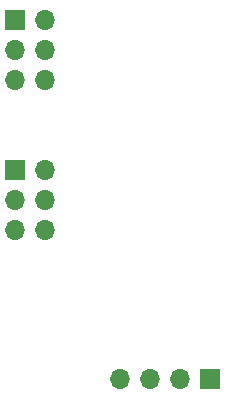
<source format=gbr>
%TF.GenerationSoftware,KiCad,Pcbnew,(6.0.4)*%
%TF.CreationDate,2023-01-02T17:26:25-06:00*%
%TF.ProjectId,FordOilPressure,466f7264-4f69-46c5-9072-657373757265,rev?*%
%TF.SameCoordinates,Original*%
%TF.FileFunction,Soldermask,Bot*%
%TF.FilePolarity,Negative*%
%FSLAX46Y46*%
G04 Gerber Fmt 4.6, Leading zero omitted, Abs format (unit mm)*
G04 Created by KiCad (PCBNEW (6.0.4)) date 2023-01-02 17:26:25*
%MOMM*%
%LPD*%
G01*
G04 APERTURE LIST*
%ADD10R,1.700000X1.700000*%
%ADD11O,1.700000X1.700000*%
G04 APERTURE END LIST*
D10*
%TO.C,J2*%
X17775000Y-27955000D03*
D11*
X20315000Y-27955000D03*
X17775000Y-30495000D03*
X20315000Y-30495000D03*
X17775000Y-33035000D03*
X20315000Y-33035000D03*
%TD*%
D10*
%TO.C,J1*%
X17775000Y-15255000D03*
D11*
X20315000Y-15255000D03*
X17775000Y-17795000D03*
X20315000Y-17795000D03*
X17775000Y-20335000D03*
X20315000Y-20335000D03*
%TD*%
%TO.C,J3*%
X26660000Y-45720000D03*
X29200000Y-45720000D03*
X31740000Y-45720000D03*
D10*
X34280000Y-45720000D03*
%TD*%
M02*

</source>
